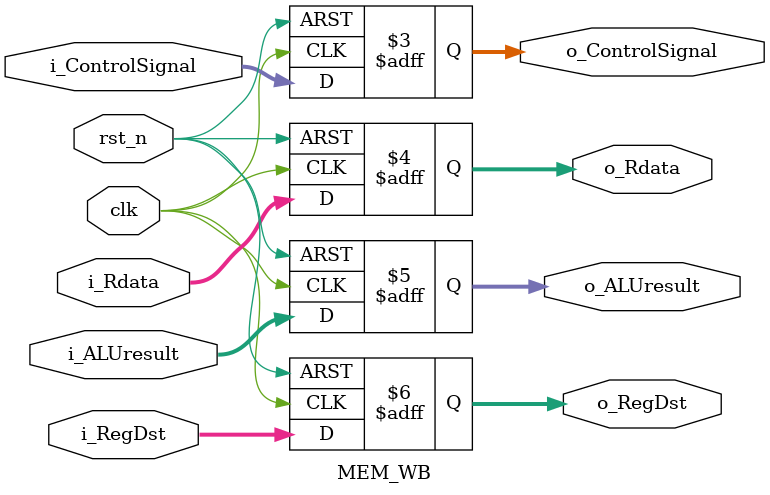
<source format=v>
module MEM_WB(
    input clk, rst_n,
    input [1:0] i_ControlSignal,
    // 8-7 : ALUOp, 6: ALUSrc, 5: RegDst / 4: Branch, 3: MemRead, 2: MemWrite / 1: RegWrite, 0: MemtoReg
    input [31:0] i_Rdata, i_ALUresult,
    input [4:0] i_RegDst,
    output reg [1:0] o_ControlSignal,
    output reg [31:0] o_Rdata, o_ALUresult,
    output reg [4:0] o_RegDst
);

always @(posedge clk, negedge rst_n) begin
if(!rst_n) 
    {o_ControlSignal, o_Rdata, o_ALUresult, o_RegDst} <= 71'b0;
else
    {o_ControlSignal, o_Rdata, o_ALUresult, o_RegDst} 
    <= {i_ControlSignal, i_Rdata, i_ALUresult, i_RegDst};
end
endmodule
</source>
